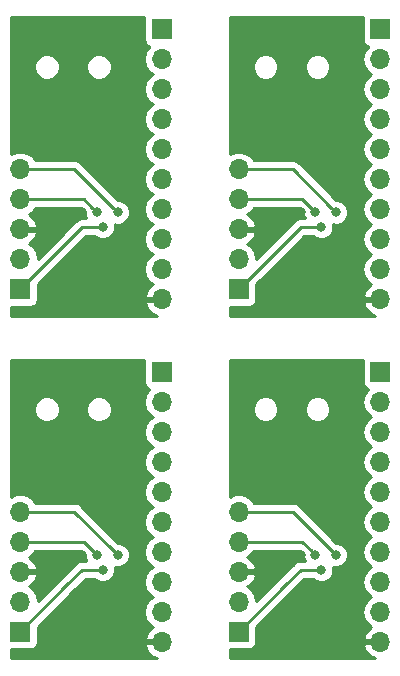
<source format=gbl>
%MOIN*%
%OFA0B0*%
%FSLAX46Y46*%
%IPPOS*%
%LPD*%
%ADD10O,0.066929133858267723X0.066929133858267723*%
%ADD11R,0.066929133858267723X0.066929133858267723*%
%ADD12C,0.031496062992125991*%
%ADD13C,0.00984251968503937*%
%ADD14C,0.01*%
%ADD25O,0.066929133858267723X0.066929133858267723*%
%ADD26R,0.066929133858267723X0.066929133858267723*%
%ADD27C,0.031496062992125991*%
%ADD28C,0.00984251968503937*%
%ADD29C,0.01*%
%ADD30O,0.066929133858267723X0.066929133858267723*%
%ADD31R,0.066929133858267723X0.066929133858267723*%
%ADD32C,0.031496062992125991*%
%ADD33C,0.00984251968503937*%
%ADD34C,0.01*%
%ADD35O,0.066929133858267723X0.066929133858267723*%
%ADD36R,0.066929133858267723X0.066929133858267723*%
%ADD37C,0.031496062992125991*%
%ADD38C,0.00984251968503937*%
%ADD39C,0.01*%
G01*
D10*
X0000059055Y0001102362D02*
X0000590551Y0000133464D03*
X0000590551Y0000233464D03*
X0000590551Y0000333464D03*
X0000590551Y0000433464D03*
X0000590551Y0000533464D03*
X0000590551Y0000633464D03*
X0000590551Y0000733464D03*
X0000590551Y0000833464D03*
X0000590551Y0000933464D03*
D11*
X0000590551Y0001033464D03*
D10*
X0000118110Y0000567322D03*
X0000118110Y0000467322D03*
X0000118110Y0000367322D03*
X0000118110Y0000267322D03*
D11*
X0000118110Y0000167322D03*
D12*
X0000236220Y0000679133D03*
X0000354330Y0000718503D03*
X0000324803Y0000423228D03*
X0000118110Y0000679133D03*
X0000324803Y0000137795D03*
X0000305118Y0000984251D03*
X0000442913Y0000423228D03*
X0000374015Y0000423228D03*
X0000393700Y0000374015D03*
D13*
X0000236220Y0000679133D02*
X0000213949Y0000679133D01*
X0000213949Y0000679133D02*
X0000118110Y0000679133D01*
X0000275590Y0000718503D02*
X0000236220Y0000679133D01*
X0000354330Y0000718503D02*
X0000275590Y0000718503D01*
X0000298818Y0000567322D02*
X0000427165Y0000438976D01*
X0000427165Y0000438976D02*
X0000442913Y0000423228D01*
X0000118110Y0000567322D02*
X0000298818Y0000567322D01*
X0000118110Y0000467322D02*
X0000329921Y0000467322D01*
X0000358267Y0000438976D02*
X0000374015Y0000423228D01*
X0000329921Y0000467322D02*
X0000358267Y0000438976D01*
X0000275590Y0000324803D02*
X0000118110Y0000167322D01*
X0000393700Y0000374015D02*
X0000324803Y0000374015D01*
X0000324803Y0000374015D02*
X0000275590Y0000324803D01*
D14*
G36*
X0000531596Y0001066929D02*
X0000531596Y0001000000D01*
X0000533537Y0000990245D01*
X0000539062Y0000981976D01*
X0000547332Y0000976450D01*
X0000549118Y0000976095D01*
X0000548400Y0000975615D01*
X0000535478Y0000956276D01*
X0000530941Y0000933464D01*
X0000535478Y0000910652D01*
X0000548400Y0000891313D01*
X0000560148Y0000883464D01*
X0000548400Y0000875615D01*
X0000535478Y0000856276D01*
X0000530941Y0000833464D01*
X0000535478Y0000810652D01*
X0000548400Y0000791313D01*
X0000560148Y0000783464D01*
X0000548400Y0000775615D01*
X0000535478Y0000756276D01*
X0000530941Y0000733464D01*
X0000535478Y0000710652D01*
X0000548400Y0000691313D01*
X0000560148Y0000683464D01*
X0000548400Y0000675615D01*
X0000535478Y0000656276D01*
X0000530941Y0000633464D01*
X0000535478Y0000610652D01*
X0000548400Y0000591313D01*
X0000560148Y0000583464D01*
X0000548400Y0000575615D01*
X0000535478Y0000556276D01*
X0000530941Y0000533464D01*
X0000535478Y0000510652D01*
X0000548400Y0000491313D01*
X0000560148Y0000483464D01*
X0000548400Y0000475615D01*
X0000535478Y0000456276D01*
X0000530941Y0000433464D01*
X0000535478Y0000410652D01*
X0000548400Y0000391313D01*
X0000560148Y0000383464D01*
X0000548400Y0000375615D01*
X0000535478Y0000356276D01*
X0000530941Y0000333464D01*
X0000535478Y0000310652D01*
X0000548400Y0000291313D01*
X0000560148Y0000283464D01*
X0000548400Y0000275615D01*
X0000535478Y0000256276D01*
X0000530941Y0000233464D01*
X0000535478Y0000210652D01*
X0000548400Y0000191313D01*
X0000560963Y0000182919D01*
X0000555852Y0000180519D01*
X0000540486Y0000163658D01*
X0000533800Y0000147515D01*
X0000538576Y0000138464D01*
X0000585551Y0000138464D01*
X0000585551Y0000139251D01*
X0000595551Y0000139251D01*
X0000595551Y0000138464D01*
X0000596338Y0000138464D01*
X0000596338Y0000128464D01*
X0000595551Y0000128464D01*
X0000595551Y0000127677D01*
X0000585551Y0000127677D01*
X0000585551Y0000128464D01*
X0000538576Y0000128464D01*
X0000533800Y0000119413D01*
X0000540486Y0000103270D01*
X0000555852Y0000086410D01*
X0000573441Y0000078149D01*
X0000087992Y0000078149D01*
X0000087992Y0000108368D01*
X0000151574Y0000108368D01*
X0000161329Y0000110308D01*
X0000169598Y0000115834D01*
X0000175124Y0000124103D01*
X0000177064Y0000133858D01*
X0000177064Y0000183962D01*
X0000298831Y0000305729D01*
X0000298831Y0000305729D01*
X0000337196Y0000344094D01*
X0000365995Y0000344094D01*
X0000370618Y0000339471D01*
X0000385595Y0000333267D01*
X0000401806Y0000333267D01*
X0000416782Y0000339471D01*
X0000428245Y0000350933D01*
X0000434448Y0000365910D01*
X0000434448Y0000382121D01*
X0000434194Y0000382734D01*
X0000434807Y0000382480D01*
X0000451018Y0000382480D01*
X0000465995Y0000388683D01*
X0000477457Y0000400146D01*
X0000483661Y0000415123D01*
X0000483661Y0000431333D01*
X0000477457Y0000446310D01*
X0000465995Y0000457772D01*
X0000451018Y0000463976D01*
X0000444480Y0000463976D01*
X0000322060Y0000586396D01*
X0000320390Y0000588894D01*
X0000310493Y0000595508D01*
X0000301765Y0000597244D01*
X0000301765Y0000597244D01*
X0000298818Y0000597830D01*
X0000295872Y0000597244D01*
X0000168432Y0000597244D01*
X0000160260Y0000609473D01*
X0000140921Y0000622395D01*
X0000123868Y0000625787D01*
X0000112352Y0000625787D01*
X0000095298Y0000622395D01*
X0000087992Y0000617513D01*
X0000087992Y0000916961D01*
X0000164960Y0000916961D01*
X0000164960Y0000899967D01*
X0000171463Y0000884267D01*
X0000183480Y0000872251D01*
X0000199180Y0000865748D01*
X0000216173Y0000865748D01*
X0000231874Y0000872251D01*
X0000243890Y0000884267D01*
X0000250393Y0000899967D01*
X0000250393Y0000916961D01*
X0000338188Y0000916961D01*
X0000338188Y0000899967D01*
X0000344692Y0000884267D01*
X0000356708Y0000872251D01*
X0000372408Y0000865748D01*
X0000389402Y0000865748D01*
X0000405102Y0000872251D01*
X0000417118Y0000884267D01*
X0000423622Y0000899967D01*
X0000423622Y0000916961D01*
X0000417118Y0000932661D01*
X0000405102Y0000944677D01*
X0000389402Y0000951181D01*
X0000372408Y0000951181D01*
X0000356708Y0000944677D01*
X0000344692Y0000932661D01*
X0000338188Y0000916961D01*
X0000250393Y0000916961D01*
X0000243890Y0000932661D01*
X0000231874Y0000944677D01*
X0000216173Y0000951181D01*
X0000199180Y0000951181D01*
X0000183480Y0000944677D01*
X0000171463Y0000932661D01*
X0000164960Y0000916961D01*
X0000087992Y0000916961D01*
X0000087992Y0001073425D01*
X0000532888Y0001073425D01*
X0000531596Y0001066929D01*
X0000531596Y0001066929D01*
G37*
X0000531596Y0001066929D02*
X0000531596Y0001000000D01*
X0000533537Y0000990245D01*
X0000539062Y0000981976D01*
X0000547332Y0000976450D01*
X0000549118Y0000976095D01*
X0000548400Y0000975615D01*
X0000535478Y0000956276D01*
X0000530941Y0000933464D01*
X0000535478Y0000910652D01*
X0000548400Y0000891313D01*
X0000560148Y0000883464D01*
X0000548400Y0000875615D01*
X0000535478Y0000856276D01*
X0000530941Y0000833464D01*
X0000535478Y0000810652D01*
X0000548400Y0000791313D01*
X0000560148Y0000783464D01*
X0000548400Y0000775615D01*
X0000535478Y0000756276D01*
X0000530941Y0000733464D01*
X0000535478Y0000710652D01*
X0000548400Y0000691313D01*
X0000560148Y0000683464D01*
X0000548400Y0000675615D01*
X0000535478Y0000656276D01*
X0000530941Y0000633464D01*
X0000535478Y0000610652D01*
X0000548400Y0000591313D01*
X0000560148Y0000583464D01*
X0000548400Y0000575615D01*
X0000535478Y0000556276D01*
X0000530941Y0000533464D01*
X0000535478Y0000510652D01*
X0000548400Y0000491313D01*
X0000560148Y0000483464D01*
X0000548400Y0000475615D01*
X0000535478Y0000456276D01*
X0000530941Y0000433464D01*
X0000535478Y0000410652D01*
X0000548400Y0000391313D01*
X0000560148Y0000383464D01*
X0000548400Y0000375615D01*
X0000535478Y0000356276D01*
X0000530941Y0000333464D01*
X0000535478Y0000310652D01*
X0000548400Y0000291313D01*
X0000560148Y0000283464D01*
X0000548400Y0000275615D01*
X0000535478Y0000256276D01*
X0000530941Y0000233464D01*
X0000535478Y0000210652D01*
X0000548400Y0000191313D01*
X0000560963Y0000182919D01*
X0000555852Y0000180519D01*
X0000540486Y0000163658D01*
X0000533800Y0000147515D01*
X0000538576Y0000138464D01*
X0000585551Y0000138464D01*
X0000585551Y0000139251D01*
X0000595551Y0000139251D01*
X0000595551Y0000138464D01*
X0000596338Y0000138464D01*
X0000596338Y0000128464D01*
X0000595551Y0000128464D01*
X0000595551Y0000127677D01*
X0000585551Y0000127677D01*
X0000585551Y0000128464D01*
X0000538576Y0000128464D01*
X0000533800Y0000119413D01*
X0000540486Y0000103270D01*
X0000555852Y0000086410D01*
X0000573441Y0000078149D01*
X0000087992Y0000078149D01*
X0000087992Y0000108368D01*
X0000151574Y0000108368D01*
X0000161329Y0000110308D01*
X0000169598Y0000115834D01*
X0000175124Y0000124103D01*
X0000177064Y0000133858D01*
X0000177064Y0000183962D01*
X0000298831Y0000305729D01*
X0000298831Y0000305729D01*
X0000337196Y0000344094D01*
X0000365995Y0000344094D01*
X0000370618Y0000339471D01*
X0000385595Y0000333267D01*
X0000401806Y0000333267D01*
X0000416782Y0000339471D01*
X0000428245Y0000350933D01*
X0000434448Y0000365910D01*
X0000434448Y0000382121D01*
X0000434194Y0000382734D01*
X0000434807Y0000382480D01*
X0000451018Y0000382480D01*
X0000465995Y0000388683D01*
X0000477457Y0000400146D01*
X0000483661Y0000415123D01*
X0000483661Y0000431333D01*
X0000477457Y0000446310D01*
X0000465995Y0000457772D01*
X0000451018Y0000463976D01*
X0000444480Y0000463976D01*
X0000322060Y0000586396D01*
X0000320390Y0000588894D01*
X0000310493Y0000595508D01*
X0000301765Y0000597244D01*
X0000301765Y0000597244D01*
X0000298818Y0000597830D01*
X0000295872Y0000597244D01*
X0000168432Y0000597244D01*
X0000160260Y0000609473D01*
X0000140921Y0000622395D01*
X0000123868Y0000625787D01*
X0000112352Y0000625787D01*
X0000095298Y0000622395D01*
X0000087992Y0000617513D01*
X0000087992Y0000916961D01*
X0000164960Y0000916961D01*
X0000164960Y0000899967D01*
X0000171463Y0000884267D01*
X0000183480Y0000872251D01*
X0000199180Y0000865748D01*
X0000216173Y0000865748D01*
X0000231874Y0000872251D01*
X0000243890Y0000884267D01*
X0000250393Y0000899967D01*
X0000250393Y0000916961D01*
X0000338188Y0000916961D01*
X0000338188Y0000899967D01*
X0000344692Y0000884267D01*
X0000356708Y0000872251D01*
X0000372408Y0000865748D01*
X0000389402Y0000865748D01*
X0000405102Y0000872251D01*
X0000417118Y0000884267D01*
X0000423622Y0000899967D01*
X0000423622Y0000916961D01*
X0000417118Y0000932661D01*
X0000405102Y0000944677D01*
X0000389402Y0000951181D01*
X0000372408Y0000951181D01*
X0000356708Y0000944677D01*
X0000344692Y0000932661D01*
X0000338188Y0000916961D01*
X0000250393Y0000916961D01*
X0000243890Y0000932661D01*
X0000231874Y0000944677D01*
X0000216173Y0000951181D01*
X0000199180Y0000951181D01*
X0000183480Y0000944677D01*
X0000171463Y0000932661D01*
X0000164960Y0000916961D01*
X0000087992Y0000916961D01*
X0000087992Y0001073425D01*
X0000532888Y0001073425D01*
X0000531596Y0001066929D01*
G36*
X0000333267Y0000421661D02*
X0000333267Y0000415123D01*
X0000337901Y0000403937D01*
X0000327749Y0000403937D01*
X0000324803Y0000404523D01*
X0000321856Y0000403937D01*
X0000321856Y0000403937D01*
X0000313128Y0000402200D01*
X0000303231Y0000395587D01*
X0000301561Y0000393089D01*
X0000256516Y0000348044D01*
X0000256516Y0000348044D01*
X0000177400Y0000268928D01*
X0000173182Y0000290134D01*
X0000160260Y0000309473D01*
X0000147697Y0000317867D01*
X0000152809Y0000320268D01*
X0000168174Y0000337128D01*
X0000174861Y0000353272D01*
X0000170084Y0000362322D01*
X0000123110Y0000362322D01*
X0000123110Y0000361535D01*
X0000113110Y0000361535D01*
X0000113110Y0000362322D01*
X0000112322Y0000362322D01*
X0000112322Y0000372322D01*
X0000113110Y0000372322D01*
X0000113110Y0000373110D01*
X0000123110Y0000373110D01*
X0000123110Y0000372322D01*
X0000170084Y0000372322D01*
X0000174861Y0000381373D01*
X0000168174Y0000397516D01*
X0000152809Y0000414377D01*
X0000147697Y0000416777D01*
X0000160260Y0000425172D01*
X0000168432Y0000437401D01*
X0000317527Y0000437401D01*
X0000333267Y0000421661D01*
X0000333267Y0000421661D01*
G37*
X0000333267Y0000421661D02*
X0000333267Y0000415123D01*
X0000337901Y0000403937D01*
X0000327749Y0000403937D01*
X0000324803Y0000404523D01*
X0000321856Y0000403937D01*
X0000321856Y0000403937D01*
X0000313128Y0000402200D01*
X0000303231Y0000395587D01*
X0000301561Y0000393089D01*
X0000256516Y0000348044D01*
X0000256516Y0000348044D01*
X0000177400Y0000268928D01*
X0000173182Y0000290134D01*
X0000160260Y0000309473D01*
X0000147697Y0000317867D01*
X0000152809Y0000320268D01*
X0000168174Y0000337128D01*
X0000174861Y0000353272D01*
X0000170084Y0000362322D01*
X0000123110Y0000362322D01*
X0000123110Y0000361535D01*
X0000113110Y0000361535D01*
X0000113110Y0000362322D01*
X0000112322Y0000362322D01*
X0000112322Y0000372322D01*
X0000113110Y0000372322D01*
X0000113110Y0000373110D01*
X0000123110Y0000373110D01*
X0000123110Y0000372322D01*
X0000170084Y0000372322D01*
X0000174861Y0000381373D01*
X0000168174Y0000397516D01*
X0000152809Y0000414377D01*
X0000147697Y0000416777D01*
X0000160260Y0000425172D01*
X0000168432Y0000437401D01*
X0000317527Y0000437401D01*
X0000333267Y0000421661D01*
G04 next file*
G04 #@! TF.GenerationSoftware,KiCad,Pcbnew,(5.0.0)*
G04 #@! TF.CreationDate,2018-09-18T20:25:08+02:00*
G04 #@! TF.ProjectId,pcb_relay_main,7063625F72656C61795F6D61696E2E6B,rev?*
G04 #@! TF.SameCoordinates,PXeb14aa0PY7f13bd0*
G04 #@! TF.FileFunction,Copper,L2,Bot,Signal*
G04 #@! TF.FilePolarity,Positive*
G04 Gerber Fmt 4.6, Leading zero omitted, Abs format (unit mm)*
G04 Created by KiCad (PCBNEW (5.0.0)) date 09/18/18 20:25:08*
G01*
G04 APERTURE LIST*
G04 #@! TA.AperFunction,ComponentPad*
G04 #@! TD*
G04 #@! TA.AperFunction,ComponentPad*
G04 #@! TD*
G04 #@! TA.AperFunction,ViaPad*
G04 #@! TD*
G04 #@! TA.AperFunction,Conductor*
G04 #@! TD*
G04 #@! TA.AperFunction,Conductor*
G04 #@! TD*
G04 APERTURE END LIST*
D25*
G04 #@! TO.P,J3,10*
G04 #@! TO.N,GND*
X0000787401Y0001102362D02*
X0001318897Y0000133464D03*
G04 #@! TO.P,J3,9*
G04 #@! TO.N,RA5*
X0001318897Y0000233464D03*
G04 #@! TO.P,J3,8*
G04 #@! TO.N,RA4*
X0001318897Y0000333464D03*
G04 #@! TO.P,J3,7*
G04 #@! TO.N,Net-(J3-Pad7)*
X0001318897Y0000433464D03*
G04 #@! TO.P,J3,6*
G04 #@! TO.N,Net-(J3-Pad6)*
X0001318897Y0000533464D03*
G04 #@! TO.P,J3,5*
G04 #@! TO.N,Net-(J3-Pad5)*
X0001318897Y0000633464D03*
G04 #@! TO.P,J3,4*
G04 #@! TO.N,Net-(J3-Pad4)*
X0001318897Y0000733464D03*
G04 #@! TO.P,J3,3*
G04 #@! TO.N,ICSPCLK*
X0001318897Y0000833464D03*
G04 #@! TO.P,J3,2*
G04 #@! TO.N,ICSPDAT*
X0001318897Y0000933464D03*
D26*
G04 #@! TO.P,J3,1*
G04 #@! TO.N,+5V*
X0001318897Y0001033464D03*
G04 #@! TD*
D25*
G04 #@! TO.P,J1,5*
G04 #@! TO.N,ICSPCLK*
X0000846456Y0000567322D03*
G04 #@! TO.P,J1,4*
G04 #@! TO.N,ICSPDAT*
X0000846456Y0000467322D03*
G04 #@! TO.P,J1,3*
G04 #@! TO.N,GND*
X0000846456Y0000367322D03*
G04 #@! TO.P,J1,2*
G04 #@! TO.N,+5V*
X0000846456Y0000267322D03*
D26*
G04 #@! TO.P,J1,1*
G04 #@! TO.N,VPP*
X0000846456Y0000167322D03*
G04 #@! TD*
D27*
G04 #@! TO.N,GND*
X0000964566Y0000679133D03*
X0001082677Y0000718503D03*
X0001053149Y0000423228D03*
X0000846456Y0000679133D03*
X0001053149Y0000137795D03*
X0001033464Y0000984251D03*
G04 #@! TO.N,ICSPCLK*
X0001171259Y0000423228D03*
G04 #@! TO.N,ICSPDAT*
X0001102362Y0000423228D03*
G04 #@! TO.N,VPP*
X0001122047Y0000374015D03*
G04 #@! TD*
D28*
G04 #@! TO.N,GND*
X0000964566Y0000679133D02*
X0000942295Y0000679133D01*
X0000942295Y0000679133D02*
X0000846456Y0000679133D01*
X0001003937Y0000718503D02*
X0000964566Y0000679133D01*
X0001082677Y0000718503D02*
X0001003937Y0000718503D01*
G04 #@! TO.N,ICSPCLK*
X0001027165Y0000567322D02*
X0001155511Y0000438976D01*
X0001155511Y0000438976D02*
X0001171259Y0000423228D01*
X0000846456Y0000567322D02*
X0001027165Y0000567322D01*
G04 #@! TO.N,ICSPDAT*
X0000846456Y0000467322D02*
X0001058267Y0000467322D01*
X0001086614Y0000438976D02*
X0001102362Y0000423228D01*
X0001058267Y0000467322D02*
X0001086614Y0000438976D01*
G04 #@! TO.N,VPP*
X0001003937Y0000324803D02*
X0000846456Y0000167322D01*
X0001122047Y0000374015D02*
X0001053149Y0000374015D01*
X0001053149Y0000374015D02*
X0001003937Y0000324803D01*
G04 #@! TD*
D29*
G04 #@! TO.N,GND*
G36*
X0001259943Y0001066929D02*
X0001259943Y0001000000D01*
X0001261883Y0000990245D01*
X0001267409Y0000981976D01*
X0001275678Y0000976450D01*
X0001277465Y0000976095D01*
X0001276747Y0000975615D01*
X0001263825Y0000956276D01*
X0001259287Y0000933464D01*
X0001263825Y0000910652D01*
X0001276747Y0000891313D01*
X0001288494Y0000883464D01*
X0001276747Y0000875615D01*
X0001263825Y0000856276D01*
X0001259287Y0000833464D01*
X0001263825Y0000810652D01*
X0001276747Y0000791313D01*
X0001288494Y0000783464D01*
X0001276747Y0000775615D01*
X0001263825Y0000756276D01*
X0001259287Y0000733464D01*
X0001263825Y0000710652D01*
X0001276747Y0000691313D01*
X0001288494Y0000683464D01*
X0001276747Y0000675615D01*
X0001263825Y0000656276D01*
X0001259287Y0000633464D01*
X0001263825Y0000610652D01*
X0001276747Y0000591313D01*
X0001288494Y0000583464D01*
X0001276747Y0000575615D01*
X0001263825Y0000556276D01*
X0001259287Y0000533464D01*
X0001263825Y0000510652D01*
X0001276747Y0000491313D01*
X0001288494Y0000483464D01*
X0001276747Y0000475615D01*
X0001263825Y0000456276D01*
X0001259287Y0000433464D01*
X0001263825Y0000410652D01*
X0001276747Y0000391313D01*
X0001288494Y0000383464D01*
X0001276747Y0000375615D01*
X0001263825Y0000356276D01*
X0001259287Y0000333464D01*
X0001263825Y0000310652D01*
X0001276747Y0000291313D01*
X0001288494Y0000283464D01*
X0001276747Y0000275615D01*
X0001263825Y0000256276D01*
X0001259287Y0000233464D01*
X0001263825Y0000210652D01*
X0001276747Y0000191313D01*
X0001289310Y0000182919D01*
X0001284198Y0000180519D01*
X0001268832Y0000163658D01*
X0001262146Y0000147515D01*
X0001266923Y0000138464D01*
X0001313897Y0000138464D01*
X0001313897Y0000139251D01*
X0001323897Y0000139251D01*
X0001323897Y0000138464D01*
X0001324685Y0000138464D01*
X0001324685Y0000128464D01*
X0001323897Y0000128464D01*
X0001323897Y0000127677D01*
X0001313897Y0000127677D01*
X0001313897Y0000128464D01*
X0001266923Y0000128464D01*
X0001262146Y0000119413D01*
X0001268832Y0000103270D01*
X0001284198Y0000086410D01*
X0001301788Y0000078149D01*
X0000816338Y0000078149D01*
X0000816338Y0000108368D01*
X0000879921Y0000108368D01*
X0000889675Y0000110308D01*
X0000897945Y0000115834D01*
X0000903470Y0000124103D01*
X0000905411Y0000133858D01*
X0000905411Y0000183962D01*
X0001027178Y0000305729D01*
X0001027178Y0000305729D01*
X0001065543Y0000344094D01*
X0001094342Y0000344094D01*
X0001098965Y0000339471D01*
X0001113941Y0000333267D01*
X0001130152Y0000333267D01*
X0001145129Y0000339471D01*
X0001156591Y0000350933D01*
X0001162795Y0000365910D01*
X0001162795Y0000382121D01*
X0001162541Y0000382734D01*
X0001163154Y0000382480D01*
X0001179364Y0000382480D01*
X0001194341Y0000388683D01*
X0001205804Y0000400146D01*
X0001212007Y0000415123D01*
X0001212007Y0000431333D01*
X0001205804Y0000446310D01*
X0001194341Y0000457772D01*
X0001179364Y0000463976D01*
X0001172826Y0000463976D01*
X0001050406Y0000586396D01*
X0001048737Y0000588894D01*
X0001038839Y0000595508D01*
X0001030112Y0000597244D01*
X0001030111Y0000597244D01*
X0001027165Y0000597830D01*
X0001024218Y0000597244D01*
X0000896778Y0000597244D01*
X0000888607Y0000609473D01*
X0000869268Y0000622395D01*
X0000852214Y0000625787D01*
X0000840698Y0000625787D01*
X0000823644Y0000622395D01*
X0000816338Y0000617513D01*
X0000816338Y0000916961D01*
X0000893307Y0000916961D01*
X0000893307Y0000899967D01*
X0000899810Y0000884267D01*
X0000911826Y0000872251D01*
X0000927526Y0000865748D01*
X0000944520Y0000865748D01*
X0000960220Y0000872251D01*
X0000972236Y0000884267D01*
X0000978740Y0000899967D01*
X0000978740Y0000916961D01*
X0001066535Y0000916961D01*
X0001066535Y0000899967D01*
X0001073038Y0000884267D01*
X0001085055Y0000872251D01*
X0001100755Y0000865748D01*
X0001117748Y0000865748D01*
X0001133448Y0000872251D01*
X0001145465Y0000884267D01*
X0001151968Y0000899967D01*
X0001151968Y0000916961D01*
X0001145465Y0000932661D01*
X0001133448Y0000944677D01*
X0001117748Y0000951181D01*
X0001100755Y0000951181D01*
X0001085055Y0000944677D01*
X0001073038Y0000932661D01*
X0001066535Y0000916961D01*
X0000978740Y0000916961D01*
X0000972236Y0000932661D01*
X0000960220Y0000944677D01*
X0000944520Y0000951181D01*
X0000927526Y0000951181D01*
X0000911826Y0000944677D01*
X0000899810Y0000932661D01*
X0000893307Y0000916961D01*
X0000816338Y0000916961D01*
X0000816338Y0001073425D01*
X0001261235Y0001073425D01*
X0001259943Y0001066929D01*
X0001259943Y0001066929D01*
G37*
X0001259943Y0001066929D02*
X0001259943Y0001000000D01*
X0001261883Y0000990245D01*
X0001267409Y0000981976D01*
X0001275678Y0000976450D01*
X0001277465Y0000976095D01*
X0001276747Y0000975615D01*
X0001263825Y0000956276D01*
X0001259287Y0000933464D01*
X0001263825Y0000910652D01*
X0001276747Y0000891313D01*
X0001288494Y0000883464D01*
X0001276747Y0000875615D01*
X0001263825Y0000856276D01*
X0001259287Y0000833464D01*
X0001263825Y0000810652D01*
X0001276747Y0000791313D01*
X0001288494Y0000783464D01*
X0001276747Y0000775615D01*
X0001263825Y0000756276D01*
X0001259287Y0000733464D01*
X0001263825Y0000710652D01*
X0001276747Y0000691313D01*
X0001288494Y0000683464D01*
X0001276747Y0000675615D01*
X0001263825Y0000656276D01*
X0001259287Y0000633464D01*
X0001263825Y0000610652D01*
X0001276747Y0000591313D01*
X0001288494Y0000583464D01*
X0001276747Y0000575615D01*
X0001263825Y0000556276D01*
X0001259287Y0000533464D01*
X0001263825Y0000510652D01*
X0001276747Y0000491313D01*
X0001288494Y0000483464D01*
X0001276747Y0000475615D01*
X0001263825Y0000456276D01*
X0001259287Y0000433464D01*
X0001263825Y0000410652D01*
X0001276747Y0000391313D01*
X0001288494Y0000383464D01*
X0001276747Y0000375615D01*
X0001263825Y0000356276D01*
X0001259287Y0000333464D01*
X0001263825Y0000310652D01*
X0001276747Y0000291313D01*
X0001288494Y0000283464D01*
X0001276747Y0000275615D01*
X0001263825Y0000256276D01*
X0001259287Y0000233464D01*
X0001263825Y0000210652D01*
X0001276747Y0000191313D01*
X0001289310Y0000182919D01*
X0001284198Y0000180519D01*
X0001268832Y0000163658D01*
X0001262146Y0000147515D01*
X0001266923Y0000138464D01*
X0001313897Y0000138464D01*
X0001313897Y0000139251D01*
X0001323897Y0000139251D01*
X0001323897Y0000138464D01*
X0001324685Y0000138464D01*
X0001324685Y0000128464D01*
X0001323897Y0000128464D01*
X0001323897Y0000127677D01*
X0001313897Y0000127677D01*
X0001313897Y0000128464D01*
X0001266923Y0000128464D01*
X0001262146Y0000119413D01*
X0001268832Y0000103270D01*
X0001284198Y0000086410D01*
X0001301788Y0000078149D01*
X0000816338Y0000078149D01*
X0000816338Y0000108368D01*
X0000879921Y0000108368D01*
X0000889675Y0000110308D01*
X0000897945Y0000115834D01*
X0000903470Y0000124103D01*
X0000905411Y0000133858D01*
X0000905411Y0000183962D01*
X0001027178Y0000305729D01*
X0001027178Y0000305729D01*
X0001065543Y0000344094D01*
X0001094342Y0000344094D01*
X0001098965Y0000339471D01*
X0001113941Y0000333267D01*
X0001130152Y0000333267D01*
X0001145129Y0000339471D01*
X0001156591Y0000350933D01*
X0001162795Y0000365910D01*
X0001162795Y0000382121D01*
X0001162541Y0000382734D01*
X0001163154Y0000382480D01*
X0001179364Y0000382480D01*
X0001194341Y0000388683D01*
X0001205804Y0000400146D01*
X0001212007Y0000415123D01*
X0001212007Y0000431333D01*
X0001205804Y0000446310D01*
X0001194341Y0000457772D01*
X0001179364Y0000463976D01*
X0001172826Y0000463976D01*
X0001050406Y0000586396D01*
X0001048737Y0000588894D01*
X0001038839Y0000595508D01*
X0001030112Y0000597244D01*
X0001030111Y0000597244D01*
X0001027165Y0000597830D01*
X0001024218Y0000597244D01*
X0000896778Y0000597244D01*
X0000888607Y0000609473D01*
X0000869268Y0000622395D01*
X0000852214Y0000625787D01*
X0000840698Y0000625787D01*
X0000823644Y0000622395D01*
X0000816338Y0000617513D01*
X0000816338Y0000916961D01*
X0000893307Y0000916961D01*
X0000893307Y0000899967D01*
X0000899810Y0000884267D01*
X0000911826Y0000872251D01*
X0000927526Y0000865748D01*
X0000944520Y0000865748D01*
X0000960220Y0000872251D01*
X0000972236Y0000884267D01*
X0000978740Y0000899967D01*
X0000978740Y0000916961D01*
X0001066535Y0000916961D01*
X0001066535Y0000899967D01*
X0001073038Y0000884267D01*
X0001085055Y0000872251D01*
X0001100755Y0000865748D01*
X0001117748Y0000865748D01*
X0001133448Y0000872251D01*
X0001145465Y0000884267D01*
X0001151968Y0000899967D01*
X0001151968Y0000916961D01*
X0001145465Y0000932661D01*
X0001133448Y0000944677D01*
X0001117748Y0000951181D01*
X0001100755Y0000951181D01*
X0001085055Y0000944677D01*
X0001073038Y0000932661D01*
X0001066535Y0000916961D01*
X0000978740Y0000916961D01*
X0000972236Y0000932661D01*
X0000960220Y0000944677D01*
X0000944520Y0000951181D01*
X0000927526Y0000951181D01*
X0000911826Y0000944677D01*
X0000899810Y0000932661D01*
X0000893307Y0000916961D01*
X0000816338Y0000916961D01*
X0000816338Y0001073425D01*
X0001261235Y0001073425D01*
X0001259943Y0001066929D01*
G36*
X0001061614Y0000421661D02*
X0001061614Y0000415123D01*
X0001066247Y0000403937D01*
X0001056096Y0000403937D01*
X0001053149Y0000404523D01*
X0001050202Y0000403937D01*
X0001050202Y0000403937D01*
X0001041474Y0000402200D01*
X0001031577Y0000395587D01*
X0001029908Y0000393089D01*
X0000984863Y0000348044D01*
X0000984863Y0000348044D01*
X0000905747Y0000268928D01*
X0000901529Y0000290134D01*
X0000888607Y0000309473D01*
X0000876044Y0000317867D01*
X0000881155Y0000320268D01*
X0000896521Y0000337128D01*
X0000903207Y0000353272D01*
X0000898431Y0000362322D01*
X0000851456Y0000362322D01*
X0000851456Y0000361535D01*
X0000841456Y0000361535D01*
X0000841456Y0000362322D01*
X0000840669Y0000362322D01*
X0000840669Y0000372322D01*
X0000841456Y0000372322D01*
X0000841456Y0000373110D01*
X0000851456Y0000373110D01*
X0000851456Y0000372322D01*
X0000898431Y0000372322D01*
X0000903207Y0000381373D01*
X0000896521Y0000397516D01*
X0000881155Y0000414377D01*
X0000876044Y0000416777D01*
X0000888607Y0000425172D01*
X0000896778Y0000437401D01*
X0001045873Y0000437401D01*
X0001061614Y0000421661D01*
X0001061614Y0000421661D01*
G37*
X0001061614Y0000421661D02*
X0001061614Y0000415123D01*
X0001066247Y0000403937D01*
X0001056096Y0000403937D01*
X0001053149Y0000404523D01*
X0001050202Y0000403937D01*
X0001050202Y0000403937D01*
X0001041474Y0000402200D01*
X0001031577Y0000395587D01*
X0001029908Y0000393089D01*
X0000984863Y0000348044D01*
X0000984863Y0000348044D01*
X0000905747Y0000268928D01*
X0000901529Y0000290134D01*
X0000888607Y0000309473D01*
X0000876044Y0000317867D01*
X0000881155Y0000320268D01*
X0000896521Y0000337128D01*
X0000903207Y0000353272D01*
X0000898431Y0000362322D01*
X0000851456Y0000362322D01*
X0000851456Y0000361535D01*
X0000841456Y0000361535D01*
X0000841456Y0000362322D01*
X0000840669Y0000362322D01*
X0000840669Y0000372322D01*
X0000841456Y0000372322D01*
X0000841456Y0000373110D01*
X0000851456Y0000373110D01*
X0000851456Y0000372322D01*
X0000898431Y0000372322D01*
X0000903207Y0000381373D01*
X0000896521Y0000397516D01*
X0000881155Y0000414377D01*
X0000876044Y0000416777D01*
X0000888607Y0000425172D01*
X0000896778Y0000437401D01*
X0001045873Y0000437401D01*
X0001061614Y0000421661D01*
G04 #@! TD*
G04 next file*
G04 #@! TF.GenerationSoftware,KiCad,Pcbnew,(5.0.0)*
G04 #@! TF.CreationDate,2018-09-18T20:25:08+02:00*
G04 #@! TF.ProjectId,pcb_relay_main,7063625F72656C61795F6D61696E2E6B,rev?*
G04 #@! TF.SameCoordinates,PXeb14aa0PY7f13bd0*
G04 #@! TF.FileFunction,Copper,L2,Bot,Signal*
G04 #@! TF.FilePolarity,Positive*
G04 Gerber Fmt 4.6, Leading zero omitted, Abs format (unit mm)*
G04 Created by KiCad (PCBNEW (5.0.0)) date 09/18/18 20:25:08*
G01*
G04 APERTURE LIST*
G04 #@! TA.AperFunction,ComponentPad*
G04 #@! TD*
G04 #@! TA.AperFunction,ComponentPad*
G04 #@! TD*
G04 #@! TA.AperFunction,ViaPad*
G04 #@! TD*
G04 #@! TA.AperFunction,Conductor*
G04 #@! TD*
G04 #@! TA.AperFunction,Conductor*
G04 #@! TD*
G04 APERTURE END LIST*
D30*
G04 #@! TO.P,J3,10*
G04 #@! TO.N,GND*
X0000059055Y0002244094D02*
X0000590551Y0001275196D03*
G04 #@! TO.P,J3,9*
G04 #@! TO.N,RA5*
X0000590551Y0001375196D03*
G04 #@! TO.P,J3,8*
G04 #@! TO.N,RA4*
X0000590551Y0001475196D03*
G04 #@! TO.P,J3,7*
G04 #@! TO.N,Net-(J3-Pad7)*
X0000590551Y0001575196D03*
G04 #@! TO.P,J3,6*
G04 #@! TO.N,Net-(J3-Pad6)*
X0000590551Y0001675196D03*
G04 #@! TO.P,J3,5*
G04 #@! TO.N,Net-(J3-Pad5)*
X0000590551Y0001775196D03*
G04 #@! TO.P,J3,4*
G04 #@! TO.N,Net-(J3-Pad4)*
X0000590551Y0001875196D03*
G04 #@! TO.P,J3,3*
G04 #@! TO.N,ICSPCLK*
X0000590551Y0001975196D03*
G04 #@! TO.P,J3,2*
G04 #@! TO.N,ICSPDAT*
X0000590551Y0002075196D03*
D31*
G04 #@! TO.P,J3,1*
G04 #@! TO.N,+5V*
X0000590551Y0002175196D03*
G04 #@! TD*
D30*
G04 #@! TO.P,J1,5*
G04 #@! TO.N,ICSPCLK*
X0000118110Y0001709055D03*
G04 #@! TO.P,J1,4*
G04 #@! TO.N,ICSPDAT*
X0000118110Y0001609055D03*
G04 #@! TO.P,J1,3*
G04 #@! TO.N,GND*
X0000118110Y0001509055D03*
G04 #@! TO.P,J1,2*
G04 #@! TO.N,+5V*
X0000118110Y0001409055D03*
D31*
G04 #@! TO.P,J1,1*
G04 #@! TO.N,VPP*
X0000118110Y0001309055D03*
G04 #@! TD*
D32*
G04 #@! TO.N,GND*
X0000236220Y0001820866D03*
X0000354330Y0001860236D03*
X0000324803Y0001564960D03*
X0000118110Y0001820866D03*
X0000324803Y0001279527D03*
X0000305118Y0002125984D03*
G04 #@! TO.N,ICSPCLK*
X0000442913Y0001564960D03*
G04 #@! TO.N,ICSPDAT*
X0000374015Y0001564960D03*
G04 #@! TO.N,VPP*
X0000393700Y0001515748D03*
G04 #@! TD*
D33*
G04 #@! TO.N,GND*
X0000236220Y0001820866D02*
X0000213949Y0001820866D01*
X0000213949Y0001820866D02*
X0000118110Y0001820866D01*
X0000275590Y0001860236D02*
X0000236220Y0001820866D01*
X0000354330Y0001860236D02*
X0000275590Y0001860236D01*
G04 #@! TO.N,ICSPCLK*
X0000298818Y0001709055D02*
X0000427165Y0001580708D01*
X0000427165Y0001580708D02*
X0000442913Y0001564960D01*
X0000118110Y0001709055D02*
X0000298818Y0001709055D01*
G04 #@! TO.N,ICSPDAT*
X0000118110Y0001609055D02*
X0000329921Y0001609055D01*
X0000358267Y0001580708D02*
X0000374015Y0001564960D01*
X0000329921Y0001609055D02*
X0000358267Y0001580708D01*
G04 #@! TO.N,VPP*
X0000275590Y0001466535D02*
X0000118110Y0001309055D01*
X0000393700Y0001515748D02*
X0000324803Y0001515748D01*
X0000324803Y0001515748D02*
X0000275590Y0001466535D01*
G04 #@! TD*
D34*
G04 #@! TO.N,GND*
G36*
X0000531596Y0002208661D02*
X0000531596Y0002141732D01*
X0000533537Y0002131977D01*
X0000539062Y0002123708D01*
X0000547332Y0002118182D01*
X0000549118Y0002117827D01*
X0000548400Y0002117347D01*
X0000535478Y0002098008D01*
X0000530941Y0002075196D01*
X0000535478Y0002052385D01*
X0000548400Y0002033046D01*
X0000560148Y0002025196D01*
X0000548400Y0002017347D01*
X0000535478Y0001998008D01*
X0000530941Y0001975196D01*
X0000535478Y0001952385D01*
X0000548400Y0001933046D01*
X0000560148Y0001925196D01*
X0000548400Y0001917347D01*
X0000535478Y0001898008D01*
X0000530941Y0001875196D01*
X0000535478Y0001852385D01*
X0000548400Y0001833046D01*
X0000560148Y0001825196D01*
X0000548400Y0001817347D01*
X0000535478Y0001798008D01*
X0000530941Y0001775196D01*
X0000535478Y0001752385D01*
X0000548400Y0001733046D01*
X0000560148Y0001725196D01*
X0000548400Y0001717347D01*
X0000535478Y0001698008D01*
X0000530941Y0001675196D01*
X0000535478Y0001652385D01*
X0000548400Y0001633046D01*
X0000560148Y0001625196D01*
X0000548400Y0001617347D01*
X0000535478Y0001598008D01*
X0000530941Y0001575196D01*
X0000535478Y0001552385D01*
X0000548400Y0001533046D01*
X0000560148Y0001525196D01*
X0000548400Y0001517347D01*
X0000535478Y0001498008D01*
X0000530941Y0001475196D01*
X0000535478Y0001452385D01*
X0000548400Y0001433046D01*
X0000560148Y0001425196D01*
X0000548400Y0001417347D01*
X0000535478Y0001398008D01*
X0000530941Y0001375196D01*
X0000535478Y0001352385D01*
X0000548400Y0001333046D01*
X0000560963Y0001324651D01*
X0000555852Y0001322251D01*
X0000540486Y0001305390D01*
X0000533800Y0001289247D01*
X0000538576Y0001280196D01*
X0000585551Y0001280196D01*
X0000585551Y0001280984D01*
X0000595551Y0001280984D01*
X0000595551Y0001280196D01*
X0000596338Y0001280196D01*
X0000596338Y0001270196D01*
X0000595551Y0001270196D01*
X0000595551Y0001269409D01*
X0000585551Y0001269409D01*
X0000585551Y0001270196D01*
X0000538576Y0001270196D01*
X0000533800Y0001261146D01*
X0000540486Y0001245002D01*
X0000555852Y0001228142D01*
X0000573441Y0001219881D01*
X0000087992Y0001219881D01*
X0000087992Y0001250100D01*
X0000151574Y0001250100D01*
X0000161329Y0001252041D01*
X0000169598Y0001257566D01*
X0000175124Y0001265836D01*
X0000177064Y0001275590D01*
X0000177064Y0001325694D01*
X0000298831Y0001447461D01*
X0000298831Y0001447461D01*
X0000337196Y0001485826D01*
X0000365995Y0001485826D01*
X0000370618Y0001481203D01*
X0000385595Y0001475000D01*
X0000401806Y0001475000D01*
X0000416782Y0001481203D01*
X0000428245Y0001492666D01*
X0000434448Y0001507642D01*
X0000434448Y0001523853D01*
X0000434194Y0001524466D01*
X0000434807Y0001524212D01*
X0000451018Y0001524212D01*
X0000465995Y0001530416D01*
X0000477457Y0001541878D01*
X0000483661Y0001556855D01*
X0000483661Y0001573065D01*
X0000477457Y0001588042D01*
X0000465995Y0001599505D01*
X0000451018Y0001605708D01*
X0000444480Y0001605708D01*
X0000322060Y0001728128D01*
X0000320390Y0001730627D01*
X0000310493Y0001737240D01*
X0000301765Y0001738976D01*
X0000301765Y0001738976D01*
X0000298818Y0001739562D01*
X0000295872Y0001738976D01*
X0000168432Y0001738976D01*
X0000160260Y0001751205D01*
X0000140921Y0001764127D01*
X0000123868Y0001767519D01*
X0000112352Y0001767519D01*
X0000095298Y0001764127D01*
X0000087992Y0001759245D01*
X0000087992Y0002058693D01*
X0000164960Y0002058693D01*
X0000164960Y0002041700D01*
X0000171463Y0002025999D01*
X0000183480Y0002013983D01*
X0000199180Y0002007480D01*
X0000216173Y0002007480D01*
X0000231874Y0002013983D01*
X0000243890Y0002025999D01*
X0000250393Y0002041700D01*
X0000250393Y0002058693D01*
X0000338188Y0002058693D01*
X0000338188Y0002041700D01*
X0000344692Y0002025999D01*
X0000356708Y0002013983D01*
X0000372408Y0002007480D01*
X0000389402Y0002007480D01*
X0000405102Y0002013983D01*
X0000417118Y0002025999D01*
X0000423622Y0002041700D01*
X0000423622Y0002058693D01*
X0000417118Y0002074393D01*
X0000405102Y0002086410D01*
X0000389402Y0002092913D01*
X0000372408Y0002092913D01*
X0000356708Y0002086410D01*
X0000344692Y0002074393D01*
X0000338188Y0002058693D01*
X0000250393Y0002058693D01*
X0000243890Y0002074393D01*
X0000231874Y0002086410D01*
X0000216173Y0002092913D01*
X0000199180Y0002092913D01*
X0000183480Y0002086410D01*
X0000171463Y0002074393D01*
X0000164960Y0002058693D01*
X0000087992Y0002058693D01*
X0000087992Y0002215157D01*
X0000532888Y0002215157D01*
X0000531596Y0002208661D01*
X0000531596Y0002208661D01*
G37*
X0000531596Y0002208661D02*
X0000531596Y0002141732D01*
X0000533537Y0002131977D01*
X0000539062Y0002123708D01*
X0000547332Y0002118182D01*
X0000549118Y0002117827D01*
X0000548400Y0002117347D01*
X0000535478Y0002098008D01*
X0000530941Y0002075196D01*
X0000535478Y0002052385D01*
X0000548400Y0002033046D01*
X0000560148Y0002025196D01*
X0000548400Y0002017347D01*
X0000535478Y0001998008D01*
X0000530941Y0001975196D01*
X0000535478Y0001952385D01*
X0000548400Y0001933046D01*
X0000560148Y0001925196D01*
X0000548400Y0001917347D01*
X0000535478Y0001898008D01*
X0000530941Y0001875196D01*
X0000535478Y0001852385D01*
X0000548400Y0001833046D01*
X0000560148Y0001825196D01*
X0000548400Y0001817347D01*
X0000535478Y0001798008D01*
X0000530941Y0001775196D01*
X0000535478Y0001752385D01*
X0000548400Y0001733046D01*
X0000560148Y0001725196D01*
X0000548400Y0001717347D01*
X0000535478Y0001698008D01*
X0000530941Y0001675196D01*
X0000535478Y0001652385D01*
X0000548400Y0001633046D01*
X0000560148Y0001625196D01*
X0000548400Y0001617347D01*
X0000535478Y0001598008D01*
X0000530941Y0001575196D01*
X0000535478Y0001552385D01*
X0000548400Y0001533046D01*
X0000560148Y0001525196D01*
X0000548400Y0001517347D01*
X0000535478Y0001498008D01*
X0000530941Y0001475196D01*
X0000535478Y0001452385D01*
X0000548400Y0001433046D01*
X0000560148Y0001425196D01*
X0000548400Y0001417347D01*
X0000535478Y0001398008D01*
X0000530941Y0001375196D01*
X0000535478Y0001352385D01*
X0000548400Y0001333046D01*
X0000560963Y0001324651D01*
X0000555852Y0001322251D01*
X0000540486Y0001305390D01*
X0000533800Y0001289247D01*
X0000538576Y0001280196D01*
X0000585551Y0001280196D01*
X0000585551Y0001280984D01*
X0000595551Y0001280984D01*
X0000595551Y0001280196D01*
X0000596338Y0001280196D01*
X0000596338Y0001270196D01*
X0000595551Y0001270196D01*
X0000595551Y0001269409D01*
X0000585551Y0001269409D01*
X0000585551Y0001270196D01*
X0000538576Y0001270196D01*
X0000533800Y0001261146D01*
X0000540486Y0001245002D01*
X0000555852Y0001228142D01*
X0000573441Y0001219881D01*
X0000087992Y0001219881D01*
X0000087992Y0001250100D01*
X0000151574Y0001250100D01*
X0000161329Y0001252041D01*
X0000169598Y0001257566D01*
X0000175124Y0001265836D01*
X0000177064Y0001275590D01*
X0000177064Y0001325694D01*
X0000298831Y0001447461D01*
X0000298831Y0001447461D01*
X0000337196Y0001485826D01*
X0000365995Y0001485826D01*
X0000370618Y0001481203D01*
X0000385595Y0001475000D01*
X0000401806Y0001475000D01*
X0000416782Y0001481203D01*
X0000428245Y0001492666D01*
X0000434448Y0001507642D01*
X0000434448Y0001523853D01*
X0000434194Y0001524466D01*
X0000434807Y0001524212D01*
X0000451018Y0001524212D01*
X0000465995Y0001530416D01*
X0000477457Y0001541878D01*
X0000483661Y0001556855D01*
X0000483661Y0001573065D01*
X0000477457Y0001588042D01*
X0000465995Y0001599505D01*
X0000451018Y0001605708D01*
X0000444480Y0001605708D01*
X0000322060Y0001728128D01*
X0000320390Y0001730627D01*
X0000310493Y0001737240D01*
X0000301765Y0001738976D01*
X0000301765Y0001738976D01*
X0000298818Y0001739562D01*
X0000295872Y0001738976D01*
X0000168432Y0001738976D01*
X0000160260Y0001751205D01*
X0000140921Y0001764127D01*
X0000123868Y0001767519D01*
X0000112352Y0001767519D01*
X0000095298Y0001764127D01*
X0000087992Y0001759245D01*
X0000087992Y0002058693D01*
X0000164960Y0002058693D01*
X0000164960Y0002041700D01*
X0000171463Y0002025999D01*
X0000183480Y0002013983D01*
X0000199180Y0002007480D01*
X0000216173Y0002007480D01*
X0000231874Y0002013983D01*
X0000243890Y0002025999D01*
X0000250393Y0002041700D01*
X0000250393Y0002058693D01*
X0000338188Y0002058693D01*
X0000338188Y0002041700D01*
X0000344692Y0002025999D01*
X0000356708Y0002013983D01*
X0000372408Y0002007480D01*
X0000389402Y0002007480D01*
X0000405102Y0002013983D01*
X0000417118Y0002025999D01*
X0000423622Y0002041700D01*
X0000423622Y0002058693D01*
X0000417118Y0002074393D01*
X0000405102Y0002086410D01*
X0000389402Y0002092913D01*
X0000372408Y0002092913D01*
X0000356708Y0002086410D01*
X0000344692Y0002074393D01*
X0000338188Y0002058693D01*
X0000250393Y0002058693D01*
X0000243890Y0002074393D01*
X0000231874Y0002086410D01*
X0000216173Y0002092913D01*
X0000199180Y0002092913D01*
X0000183480Y0002086410D01*
X0000171463Y0002074393D01*
X0000164960Y0002058693D01*
X0000087992Y0002058693D01*
X0000087992Y0002215157D01*
X0000532888Y0002215157D01*
X0000531596Y0002208661D01*
G36*
X0000333267Y0001563393D02*
X0000333267Y0001556855D01*
X0000337901Y0001545669D01*
X0000327749Y0001545669D01*
X0000324803Y0001546255D01*
X0000321856Y0001545669D01*
X0000321856Y0001545669D01*
X0000313128Y0001543933D01*
X0000303231Y0001537320D01*
X0000301561Y0001534821D01*
X0000256516Y0001489776D01*
X0000256516Y0001489776D01*
X0000177400Y0001410660D01*
X0000173182Y0001431866D01*
X0000160260Y0001451205D01*
X0000147697Y0001459600D01*
X0000152809Y0001462000D01*
X0000168174Y0001478861D01*
X0000174861Y0001495004D01*
X0000170084Y0001504055D01*
X0000123110Y0001504055D01*
X0000123110Y0001503267D01*
X0000113110Y0001503267D01*
X0000113110Y0001504055D01*
X0000112322Y0001504055D01*
X0000112322Y0001514055D01*
X0000113110Y0001514055D01*
X0000113110Y0001514842D01*
X0000123110Y0001514842D01*
X0000123110Y0001514055D01*
X0000170084Y0001514055D01*
X0000174861Y0001523105D01*
X0000168174Y0001539248D01*
X0000152809Y0001556109D01*
X0000147697Y0001558510D01*
X0000160260Y0001566904D01*
X0000168432Y0001579133D01*
X0000317527Y0001579133D01*
X0000333267Y0001563393D01*
X0000333267Y0001563393D01*
G37*
X0000333267Y0001563393D02*
X0000333267Y0001556855D01*
X0000337901Y0001545669D01*
X0000327749Y0001545669D01*
X0000324803Y0001546255D01*
X0000321856Y0001545669D01*
X0000321856Y0001545669D01*
X0000313128Y0001543933D01*
X0000303231Y0001537320D01*
X0000301561Y0001534821D01*
X0000256516Y0001489776D01*
X0000256516Y0001489776D01*
X0000177400Y0001410660D01*
X0000173182Y0001431866D01*
X0000160260Y0001451205D01*
X0000147697Y0001459600D01*
X0000152809Y0001462000D01*
X0000168174Y0001478861D01*
X0000174861Y0001495004D01*
X0000170084Y0001504055D01*
X0000123110Y0001504055D01*
X0000123110Y0001503267D01*
X0000113110Y0001503267D01*
X0000113110Y0001504055D01*
X0000112322Y0001504055D01*
X0000112322Y0001514055D01*
X0000113110Y0001514055D01*
X0000113110Y0001514842D01*
X0000123110Y0001514842D01*
X0000123110Y0001514055D01*
X0000170084Y0001514055D01*
X0000174861Y0001523105D01*
X0000168174Y0001539248D01*
X0000152809Y0001556109D01*
X0000147697Y0001558510D01*
X0000160260Y0001566904D01*
X0000168432Y0001579133D01*
X0000317527Y0001579133D01*
X0000333267Y0001563393D01*
G04 #@! TD*
G04 next file*
G04 #@! TF.GenerationSoftware,KiCad,Pcbnew,(5.0.0)*
G04 #@! TF.CreationDate,2018-09-18T20:25:08+02:00*
G04 #@! TF.ProjectId,pcb_relay_main,7063625F72656C61795F6D61696E2E6B,rev?*
G04 #@! TF.SameCoordinates,PXeb14aa0PY7f13bd0*
G04 #@! TF.FileFunction,Copper,L2,Bot,Signal*
G04 #@! TF.FilePolarity,Positive*
G04 Gerber Fmt 4.6, Leading zero omitted, Abs format (unit mm)*
G04 Created by KiCad (PCBNEW (5.0.0)) date 09/18/18 20:25:08*
G01*
G04 APERTURE LIST*
G04 #@! TA.AperFunction,ComponentPad*
G04 #@! TD*
G04 #@! TA.AperFunction,ComponentPad*
G04 #@! TD*
G04 #@! TA.AperFunction,ViaPad*
G04 #@! TD*
G04 #@! TA.AperFunction,Conductor*
G04 #@! TD*
G04 #@! TA.AperFunction,Conductor*
G04 #@! TD*
G04 APERTURE END LIST*
D35*
G04 #@! TO.P,J3,10*
G04 #@! TO.N,GND*
X0000787401Y0002244094D02*
X0001318897Y0001275196D03*
G04 #@! TO.P,J3,9*
G04 #@! TO.N,RA5*
X0001318897Y0001375196D03*
G04 #@! TO.P,J3,8*
G04 #@! TO.N,RA4*
X0001318897Y0001475196D03*
G04 #@! TO.P,J3,7*
G04 #@! TO.N,Net-(J3-Pad7)*
X0001318897Y0001575196D03*
G04 #@! TO.P,J3,6*
G04 #@! TO.N,Net-(J3-Pad6)*
X0001318897Y0001675196D03*
G04 #@! TO.P,J3,5*
G04 #@! TO.N,Net-(J3-Pad5)*
X0001318897Y0001775196D03*
G04 #@! TO.P,J3,4*
G04 #@! TO.N,Net-(J3-Pad4)*
X0001318897Y0001875196D03*
G04 #@! TO.P,J3,3*
G04 #@! TO.N,ICSPCLK*
X0001318897Y0001975196D03*
G04 #@! TO.P,J3,2*
G04 #@! TO.N,ICSPDAT*
X0001318897Y0002075196D03*
D36*
G04 #@! TO.P,J3,1*
G04 #@! TO.N,+5V*
X0001318897Y0002175196D03*
G04 #@! TD*
D35*
G04 #@! TO.P,J1,5*
G04 #@! TO.N,ICSPCLK*
X0000846456Y0001709055D03*
G04 #@! TO.P,J1,4*
G04 #@! TO.N,ICSPDAT*
X0000846456Y0001609055D03*
G04 #@! TO.P,J1,3*
G04 #@! TO.N,GND*
X0000846456Y0001509055D03*
G04 #@! TO.P,J1,2*
G04 #@! TO.N,+5V*
X0000846456Y0001409055D03*
D36*
G04 #@! TO.P,J1,1*
G04 #@! TO.N,VPP*
X0000846456Y0001309055D03*
G04 #@! TD*
D37*
G04 #@! TO.N,GND*
X0000964566Y0001820866D03*
X0001082677Y0001860236D03*
X0001053149Y0001564960D03*
X0000846456Y0001820866D03*
X0001053149Y0001279527D03*
X0001033464Y0002125984D03*
G04 #@! TO.N,ICSPCLK*
X0001171259Y0001564960D03*
G04 #@! TO.N,ICSPDAT*
X0001102362Y0001564960D03*
G04 #@! TO.N,VPP*
X0001122047Y0001515748D03*
G04 #@! TD*
D38*
G04 #@! TO.N,GND*
X0000964566Y0001820866D02*
X0000942295Y0001820866D01*
X0000942295Y0001820866D02*
X0000846456Y0001820866D01*
X0001003937Y0001860236D02*
X0000964566Y0001820866D01*
X0001082677Y0001860236D02*
X0001003937Y0001860236D01*
G04 #@! TO.N,ICSPCLK*
X0001027165Y0001709055D02*
X0001155511Y0001580708D01*
X0001155511Y0001580708D02*
X0001171259Y0001564960D01*
X0000846456Y0001709055D02*
X0001027165Y0001709055D01*
G04 #@! TO.N,ICSPDAT*
X0000846456Y0001609055D02*
X0001058267Y0001609055D01*
X0001086614Y0001580708D02*
X0001102362Y0001564960D01*
X0001058267Y0001609055D02*
X0001086614Y0001580708D01*
G04 #@! TO.N,VPP*
X0001003937Y0001466535D02*
X0000846456Y0001309055D01*
X0001122047Y0001515748D02*
X0001053149Y0001515748D01*
X0001053149Y0001515748D02*
X0001003937Y0001466535D01*
G04 #@! TD*
D39*
G04 #@! TO.N,GND*
G36*
X0001259943Y0002208661D02*
X0001259943Y0002141732D01*
X0001261883Y0002131977D01*
X0001267409Y0002123708D01*
X0001275678Y0002118182D01*
X0001277465Y0002117827D01*
X0001276747Y0002117347D01*
X0001263825Y0002098008D01*
X0001259287Y0002075196D01*
X0001263825Y0002052385D01*
X0001276747Y0002033046D01*
X0001288494Y0002025196D01*
X0001276747Y0002017347D01*
X0001263825Y0001998008D01*
X0001259287Y0001975196D01*
X0001263825Y0001952385D01*
X0001276747Y0001933046D01*
X0001288494Y0001925196D01*
X0001276747Y0001917347D01*
X0001263825Y0001898008D01*
X0001259287Y0001875196D01*
X0001263825Y0001852385D01*
X0001276747Y0001833046D01*
X0001288494Y0001825196D01*
X0001276747Y0001817347D01*
X0001263825Y0001798008D01*
X0001259287Y0001775196D01*
X0001263825Y0001752385D01*
X0001276747Y0001733046D01*
X0001288494Y0001725196D01*
X0001276747Y0001717347D01*
X0001263825Y0001698008D01*
X0001259287Y0001675196D01*
X0001263825Y0001652385D01*
X0001276747Y0001633046D01*
X0001288494Y0001625196D01*
X0001276747Y0001617347D01*
X0001263825Y0001598008D01*
X0001259287Y0001575196D01*
X0001263825Y0001552385D01*
X0001276747Y0001533046D01*
X0001288494Y0001525196D01*
X0001276747Y0001517347D01*
X0001263825Y0001498008D01*
X0001259287Y0001475196D01*
X0001263825Y0001452385D01*
X0001276747Y0001433046D01*
X0001288494Y0001425196D01*
X0001276747Y0001417347D01*
X0001263825Y0001398008D01*
X0001259287Y0001375196D01*
X0001263825Y0001352385D01*
X0001276747Y0001333046D01*
X0001289310Y0001324651D01*
X0001284198Y0001322251D01*
X0001268832Y0001305390D01*
X0001262146Y0001289247D01*
X0001266923Y0001280196D01*
X0001313897Y0001280196D01*
X0001313897Y0001280984D01*
X0001323897Y0001280984D01*
X0001323897Y0001280196D01*
X0001324685Y0001280196D01*
X0001324685Y0001270196D01*
X0001323897Y0001270196D01*
X0001323897Y0001269409D01*
X0001313897Y0001269409D01*
X0001313897Y0001270196D01*
X0001266923Y0001270196D01*
X0001262146Y0001261146D01*
X0001268832Y0001245002D01*
X0001284198Y0001228142D01*
X0001301788Y0001219881D01*
X0000816338Y0001219881D01*
X0000816338Y0001250100D01*
X0000879921Y0001250100D01*
X0000889675Y0001252041D01*
X0000897945Y0001257566D01*
X0000903470Y0001265836D01*
X0000905411Y0001275590D01*
X0000905411Y0001325694D01*
X0001027178Y0001447461D01*
X0001027178Y0001447461D01*
X0001065543Y0001485826D01*
X0001094342Y0001485826D01*
X0001098965Y0001481203D01*
X0001113941Y0001475000D01*
X0001130152Y0001475000D01*
X0001145129Y0001481203D01*
X0001156591Y0001492666D01*
X0001162795Y0001507642D01*
X0001162795Y0001523853D01*
X0001162541Y0001524466D01*
X0001163154Y0001524212D01*
X0001179364Y0001524212D01*
X0001194341Y0001530416D01*
X0001205804Y0001541878D01*
X0001212007Y0001556855D01*
X0001212007Y0001573065D01*
X0001205804Y0001588042D01*
X0001194341Y0001599505D01*
X0001179364Y0001605708D01*
X0001172826Y0001605708D01*
X0001050406Y0001728128D01*
X0001048737Y0001730627D01*
X0001038839Y0001737240D01*
X0001030112Y0001738976D01*
X0001030111Y0001738976D01*
X0001027165Y0001739562D01*
X0001024218Y0001738976D01*
X0000896778Y0001738976D01*
X0000888607Y0001751205D01*
X0000869268Y0001764127D01*
X0000852214Y0001767519D01*
X0000840698Y0001767519D01*
X0000823644Y0001764127D01*
X0000816338Y0001759245D01*
X0000816338Y0002058693D01*
X0000893307Y0002058693D01*
X0000893307Y0002041700D01*
X0000899810Y0002025999D01*
X0000911826Y0002013983D01*
X0000927526Y0002007480D01*
X0000944520Y0002007480D01*
X0000960220Y0002013983D01*
X0000972236Y0002025999D01*
X0000978740Y0002041700D01*
X0000978740Y0002058693D01*
X0001066535Y0002058693D01*
X0001066535Y0002041700D01*
X0001073038Y0002025999D01*
X0001085055Y0002013983D01*
X0001100755Y0002007480D01*
X0001117748Y0002007480D01*
X0001133448Y0002013983D01*
X0001145465Y0002025999D01*
X0001151968Y0002041700D01*
X0001151968Y0002058693D01*
X0001145465Y0002074393D01*
X0001133448Y0002086410D01*
X0001117748Y0002092913D01*
X0001100755Y0002092913D01*
X0001085055Y0002086410D01*
X0001073038Y0002074393D01*
X0001066535Y0002058693D01*
X0000978740Y0002058693D01*
X0000972236Y0002074393D01*
X0000960220Y0002086410D01*
X0000944520Y0002092913D01*
X0000927526Y0002092913D01*
X0000911826Y0002086410D01*
X0000899810Y0002074393D01*
X0000893307Y0002058693D01*
X0000816338Y0002058693D01*
X0000816338Y0002215157D01*
X0001261235Y0002215157D01*
X0001259943Y0002208661D01*
X0001259943Y0002208661D01*
G37*
X0001259943Y0002208661D02*
X0001259943Y0002141732D01*
X0001261883Y0002131977D01*
X0001267409Y0002123708D01*
X0001275678Y0002118182D01*
X0001277465Y0002117827D01*
X0001276747Y0002117347D01*
X0001263825Y0002098008D01*
X0001259287Y0002075196D01*
X0001263825Y0002052385D01*
X0001276747Y0002033046D01*
X0001288494Y0002025196D01*
X0001276747Y0002017347D01*
X0001263825Y0001998008D01*
X0001259287Y0001975196D01*
X0001263825Y0001952385D01*
X0001276747Y0001933046D01*
X0001288494Y0001925196D01*
X0001276747Y0001917347D01*
X0001263825Y0001898008D01*
X0001259287Y0001875196D01*
X0001263825Y0001852385D01*
X0001276747Y0001833046D01*
X0001288494Y0001825196D01*
X0001276747Y0001817347D01*
X0001263825Y0001798008D01*
X0001259287Y0001775196D01*
X0001263825Y0001752385D01*
X0001276747Y0001733046D01*
X0001288494Y0001725196D01*
X0001276747Y0001717347D01*
X0001263825Y0001698008D01*
X0001259287Y0001675196D01*
X0001263825Y0001652385D01*
X0001276747Y0001633046D01*
X0001288494Y0001625196D01*
X0001276747Y0001617347D01*
X0001263825Y0001598008D01*
X0001259287Y0001575196D01*
X0001263825Y0001552385D01*
X0001276747Y0001533046D01*
X0001288494Y0001525196D01*
X0001276747Y0001517347D01*
X0001263825Y0001498008D01*
X0001259287Y0001475196D01*
X0001263825Y0001452385D01*
X0001276747Y0001433046D01*
X0001288494Y0001425196D01*
X0001276747Y0001417347D01*
X0001263825Y0001398008D01*
X0001259287Y0001375196D01*
X0001263825Y0001352385D01*
X0001276747Y0001333046D01*
X0001289310Y0001324651D01*
X0001284198Y0001322251D01*
X0001268832Y0001305390D01*
X0001262146Y0001289247D01*
X0001266923Y0001280196D01*
X0001313897Y0001280196D01*
X0001313897Y0001280984D01*
X0001323897Y0001280984D01*
X0001323897Y0001280196D01*
X0001324685Y0001280196D01*
X0001324685Y0001270196D01*
X0001323897Y0001270196D01*
X0001323897Y0001269409D01*
X0001313897Y0001269409D01*
X0001313897Y0001270196D01*
X0001266923Y0001270196D01*
X0001262146Y0001261146D01*
X0001268832Y0001245002D01*
X0001284198Y0001228142D01*
X0001301788Y0001219881D01*
X0000816338Y0001219881D01*
X0000816338Y0001250100D01*
X0000879921Y0001250100D01*
X0000889675Y0001252041D01*
X0000897945Y0001257566D01*
X0000903470Y0001265836D01*
X0000905411Y0001275590D01*
X0000905411Y0001325694D01*
X0001027178Y0001447461D01*
X0001027178Y0001447461D01*
X0001065543Y0001485826D01*
X0001094342Y0001485826D01*
X0001098965Y0001481203D01*
X0001113941Y0001475000D01*
X0001130152Y0001475000D01*
X0001145129Y0001481203D01*
X0001156591Y0001492666D01*
X0001162795Y0001507642D01*
X0001162795Y0001523853D01*
X0001162541Y0001524466D01*
X0001163154Y0001524212D01*
X0001179364Y0001524212D01*
X0001194341Y0001530416D01*
X0001205804Y0001541878D01*
X0001212007Y0001556855D01*
X0001212007Y0001573065D01*
X0001205804Y0001588042D01*
X0001194341Y0001599505D01*
X0001179364Y0001605708D01*
X0001172826Y0001605708D01*
X0001050406Y0001728128D01*
X0001048737Y0001730627D01*
X0001038839Y0001737240D01*
X0001030112Y0001738976D01*
X0001030111Y0001738976D01*
X0001027165Y0001739562D01*
X0001024218Y0001738976D01*
X0000896778Y0001738976D01*
X0000888607Y0001751205D01*
X0000869268Y0001764127D01*
X0000852214Y0001767519D01*
X0000840698Y0001767519D01*
X0000823644Y0001764127D01*
X0000816338Y0001759245D01*
X0000816338Y0002058693D01*
X0000893307Y0002058693D01*
X0000893307Y0002041700D01*
X0000899810Y0002025999D01*
X0000911826Y0002013983D01*
X0000927526Y0002007480D01*
X0000944520Y0002007480D01*
X0000960220Y0002013983D01*
X0000972236Y0002025999D01*
X0000978740Y0002041700D01*
X0000978740Y0002058693D01*
X0001066535Y0002058693D01*
X0001066535Y0002041700D01*
X0001073038Y0002025999D01*
X0001085055Y0002013983D01*
X0001100755Y0002007480D01*
X0001117748Y0002007480D01*
X0001133448Y0002013983D01*
X0001145465Y0002025999D01*
X0001151968Y0002041700D01*
X0001151968Y0002058693D01*
X0001145465Y0002074393D01*
X0001133448Y0002086410D01*
X0001117748Y0002092913D01*
X0001100755Y0002092913D01*
X0001085055Y0002086410D01*
X0001073038Y0002074393D01*
X0001066535Y0002058693D01*
X0000978740Y0002058693D01*
X0000972236Y0002074393D01*
X0000960220Y0002086410D01*
X0000944520Y0002092913D01*
X0000927526Y0002092913D01*
X0000911826Y0002086410D01*
X0000899810Y0002074393D01*
X0000893307Y0002058693D01*
X0000816338Y0002058693D01*
X0000816338Y0002215157D01*
X0001261235Y0002215157D01*
X0001259943Y0002208661D01*
G36*
X0001061614Y0001563393D02*
X0001061614Y0001556855D01*
X0001066247Y0001545669D01*
X0001056096Y0001545669D01*
X0001053149Y0001546255D01*
X0001050202Y0001545669D01*
X0001050202Y0001545669D01*
X0001041474Y0001543933D01*
X0001031577Y0001537320D01*
X0001029908Y0001534821D01*
X0000984863Y0001489776D01*
X0000984863Y0001489776D01*
X0000905747Y0001410660D01*
X0000901529Y0001431866D01*
X0000888607Y0001451205D01*
X0000876044Y0001459600D01*
X0000881155Y0001462000D01*
X0000896521Y0001478861D01*
X0000903207Y0001495004D01*
X0000898431Y0001504055D01*
X0000851456Y0001504055D01*
X0000851456Y0001503267D01*
X0000841456Y0001503267D01*
X0000841456Y0001504055D01*
X0000840669Y0001504055D01*
X0000840669Y0001514055D01*
X0000841456Y0001514055D01*
X0000841456Y0001514842D01*
X0000851456Y0001514842D01*
X0000851456Y0001514055D01*
X0000898431Y0001514055D01*
X0000903207Y0001523105D01*
X0000896521Y0001539248D01*
X0000881155Y0001556109D01*
X0000876044Y0001558510D01*
X0000888607Y0001566904D01*
X0000896778Y0001579133D01*
X0001045873Y0001579133D01*
X0001061614Y0001563393D01*
X0001061614Y0001563393D01*
G37*
X0001061614Y0001563393D02*
X0001061614Y0001556855D01*
X0001066247Y0001545669D01*
X0001056096Y0001545669D01*
X0001053149Y0001546255D01*
X0001050202Y0001545669D01*
X0001050202Y0001545669D01*
X0001041474Y0001543933D01*
X0001031577Y0001537320D01*
X0001029908Y0001534821D01*
X0000984863Y0001489776D01*
X0000984863Y0001489776D01*
X0000905747Y0001410660D01*
X0000901529Y0001431866D01*
X0000888607Y0001451205D01*
X0000876044Y0001459600D01*
X0000881155Y0001462000D01*
X0000896521Y0001478861D01*
X0000903207Y0001495004D01*
X0000898431Y0001504055D01*
X0000851456Y0001504055D01*
X0000851456Y0001503267D01*
X0000841456Y0001503267D01*
X0000841456Y0001504055D01*
X0000840669Y0001504055D01*
X0000840669Y0001514055D01*
X0000841456Y0001514055D01*
X0000841456Y0001514842D01*
X0000851456Y0001514842D01*
X0000851456Y0001514055D01*
X0000898431Y0001514055D01*
X0000903207Y0001523105D01*
X0000896521Y0001539248D01*
X0000881155Y0001556109D01*
X0000876044Y0001558510D01*
X0000888607Y0001566904D01*
X0000896778Y0001579133D01*
X0001045873Y0001579133D01*
X0001061614Y0001563393D01*
G04 #@! TD*
M02*
</source>
